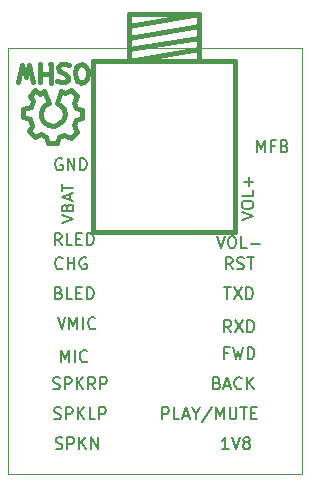
<source format=gbr>
%FSLAX46Y46*%
G04 Gerber Fmt 4.6, Leading zero omitted, Abs format (unit mm)*
G04 Created by KiCad (PCBNEW (2014-jul-16 BZR unknown)-product) date Thu 25 Sep 2014 17:48:53 CEST*
%MOMM*%
G01*
G04 APERTURE LIST*
%ADD10C,0.150000*%
%ADD11C,0.100000*%
%ADD12C,0.200000*%
%ADD13C,0.381000*%
G04 APERTURE END LIST*
D10*
D11*
X208534000Y-165354000D02*
X208534000Y-129286000D01*
X233426000Y-165354000D02*
X208534000Y-165354000D01*
X233426000Y-129286000D02*
X233426000Y-165354000D01*
X208534000Y-129286000D02*
X233426000Y-129286000D01*
D12*
X229624095Y-138120381D02*
X229624095Y-137120381D01*
X229957429Y-137834667D01*
X230290762Y-137120381D01*
X230290762Y-138120381D01*
X231100286Y-137596571D02*
X230766952Y-137596571D01*
X230766952Y-138120381D02*
X230766952Y-137120381D01*
X231243143Y-137120381D01*
X231957429Y-137596571D02*
X232100286Y-137644190D01*
X232147905Y-137691810D01*
X232195524Y-137787048D01*
X232195524Y-137929905D01*
X232147905Y-138025143D01*
X232100286Y-138072762D01*
X232005048Y-138120381D01*
X231624095Y-138120381D01*
X231624095Y-137120381D01*
X231957429Y-137120381D01*
X232052667Y-137168000D01*
X232100286Y-137215619D01*
X232147905Y-137310857D01*
X232147905Y-137406095D01*
X232100286Y-137501333D01*
X232052667Y-137548952D01*
X231957429Y-137596571D01*
X231624095Y-137596571D01*
X228306381Y-143866952D02*
X229306381Y-143533619D01*
X228306381Y-143200285D01*
X228306381Y-142676476D02*
X228306381Y-142485999D01*
X228354000Y-142390761D01*
X228449238Y-142295523D01*
X228639714Y-142247904D01*
X228973048Y-142247904D01*
X229163524Y-142295523D01*
X229258762Y-142390761D01*
X229306381Y-142485999D01*
X229306381Y-142676476D01*
X229258762Y-142771714D01*
X229163524Y-142866952D01*
X228973048Y-142914571D01*
X228639714Y-142914571D01*
X228449238Y-142866952D01*
X228354000Y-142771714D01*
X228306381Y-142676476D01*
X229306381Y-141343142D02*
X229306381Y-141819333D01*
X228306381Y-141819333D01*
X228925429Y-141009809D02*
X228925429Y-140247904D01*
X229306381Y-140628856D02*
X228544476Y-140628856D01*
X226211048Y-145248381D02*
X226544381Y-146248381D01*
X226877715Y-145248381D01*
X227401524Y-145248381D02*
X227592001Y-145248381D01*
X227687239Y-145296000D01*
X227782477Y-145391238D01*
X227830096Y-145581714D01*
X227830096Y-145915048D01*
X227782477Y-146105524D01*
X227687239Y-146200762D01*
X227592001Y-146248381D01*
X227401524Y-146248381D01*
X227306286Y-146200762D01*
X227211048Y-146105524D01*
X227163429Y-145915048D01*
X227163429Y-145581714D01*
X227211048Y-145391238D01*
X227306286Y-145296000D01*
X227401524Y-145248381D01*
X228734858Y-146248381D02*
X228258667Y-146248381D01*
X228258667Y-145248381D01*
X229068191Y-145867429D02*
X229830096Y-145867429D01*
X227544381Y-148026381D02*
X227211047Y-147550190D01*
X226972952Y-148026381D02*
X226972952Y-147026381D01*
X227353905Y-147026381D01*
X227449143Y-147074000D01*
X227496762Y-147121619D01*
X227544381Y-147216857D01*
X227544381Y-147359714D01*
X227496762Y-147454952D01*
X227449143Y-147502571D01*
X227353905Y-147550190D01*
X226972952Y-147550190D01*
X227925333Y-147978762D02*
X228068190Y-148026381D01*
X228306286Y-148026381D01*
X228401524Y-147978762D01*
X228449143Y-147931143D01*
X228496762Y-147835905D01*
X228496762Y-147740667D01*
X228449143Y-147645429D01*
X228401524Y-147597810D01*
X228306286Y-147550190D01*
X228115809Y-147502571D01*
X228020571Y-147454952D01*
X227972952Y-147407333D01*
X227925333Y-147312095D01*
X227925333Y-147216857D01*
X227972952Y-147121619D01*
X228020571Y-147074000D01*
X228115809Y-147026381D01*
X228353905Y-147026381D01*
X228496762Y-147074000D01*
X228782476Y-147026381D02*
X229353905Y-147026381D01*
X229068190Y-148026381D02*
X229068190Y-147026381D01*
X226830095Y-149566381D02*
X227401524Y-149566381D01*
X227115809Y-150566381D02*
X227115809Y-149566381D01*
X227639619Y-149566381D02*
X228306286Y-150566381D01*
X228306286Y-149566381D02*
X227639619Y-150566381D01*
X228687238Y-150566381D02*
X228687238Y-149566381D01*
X228925333Y-149566381D01*
X229068191Y-149614000D01*
X229163429Y-149709238D01*
X229211048Y-149804476D01*
X229258667Y-149994952D01*
X229258667Y-150137810D01*
X229211048Y-150328286D01*
X229163429Y-150423524D01*
X229068191Y-150518762D01*
X228925333Y-150566381D01*
X228687238Y-150566381D01*
X227425334Y-153360381D02*
X227092000Y-152884190D01*
X226853905Y-153360381D02*
X226853905Y-152360381D01*
X227234858Y-152360381D01*
X227330096Y-152408000D01*
X227377715Y-152455619D01*
X227425334Y-152550857D01*
X227425334Y-152693714D01*
X227377715Y-152788952D01*
X227330096Y-152836571D01*
X227234858Y-152884190D01*
X226853905Y-152884190D01*
X227758667Y-152360381D02*
X228425334Y-153360381D01*
X228425334Y-152360381D02*
X227758667Y-153360381D01*
X228806286Y-153360381D02*
X228806286Y-152360381D01*
X229044381Y-152360381D01*
X229187239Y-152408000D01*
X229282477Y-152503238D01*
X229330096Y-152598476D01*
X229377715Y-152788952D01*
X229377715Y-152931810D01*
X229330096Y-153122286D01*
X229282477Y-153217524D01*
X229187239Y-153312762D01*
X229044381Y-153360381D01*
X228806286Y-153360381D01*
X227163429Y-155122571D02*
X226830095Y-155122571D01*
X226830095Y-155646381D02*
X226830095Y-154646381D01*
X227306286Y-154646381D01*
X227592000Y-154646381D02*
X227830095Y-155646381D01*
X228020572Y-154932095D01*
X228211048Y-155646381D01*
X228449143Y-154646381D01*
X228830095Y-155646381D02*
X228830095Y-154646381D01*
X229068190Y-154646381D01*
X229211048Y-154694000D01*
X229306286Y-154789238D01*
X229353905Y-154884476D01*
X229401524Y-155074952D01*
X229401524Y-155217810D01*
X229353905Y-155408286D01*
X229306286Y-155503524D01*
X229211048Y-155598762D01*
X229068190Y-155646381D01*
X228830095Y-155646381D01*
X226226858Y-157662571D02*
X226369715Y-157710190D01*
X226417334Y-157757810D01*
X226464953Y-157853048D01*
X226464953Y-157995905D01*
X226417334Y-158091143D01*
X226369715Y-158138762D01*
X226274477Y-158186381D01*
X225893524Y-158186381D01*
X225893524Y-157186381D01*
X226226858Y-157186381D01*
X226322096Y-157234000D01*
X226369715Y-157281619D01*
X226417334Y-157376857D01*
X226417334Y-157472095D01*
X226369715Y-157567333D01*
X226322096Y-157614952D01*
X226226858Y-157662571D01*
X225893524Y-157662571D01*
X226845905Y-157900667D02*
X227322096Y-157900667D01*
X226750667Y-158186381D02*
X227084000Y-157186381D01*
X227417334Y-158186381D01*
X228322096Y-158091143D02*
X228274477Y-158138762D01*
X228131620Y-158186381D01*
X228036382Y-158186381D01*
X227893524Y-158138762D01*
X227798286Y-158043524D01*
X227750667Y-157948286D01*
X227703048Y-157757810D01*
X227703048Y-157614952D01*
X227750667Y-157424476D01*
X227798286Y-157329238D01*
X227893524Y-157234000D01*
X228036382Y-157186381D01*
X228131620Y-157186381D01*
X228274477Y-157234000D01*
X228322096Y-157281619D01*
X228750667Y-158186381D02*
X228750667Y-157186381D01*
X229322096Y-158186381D02*
X228893524Y-157614952D01*
X229322096Y-157186381D02*
X228750667Y-157757810D01*
X221575809Y-160726381D02*
X221575809Y-159726381D01*
X221956762Y-159726381D01*
X222052000Y-159774000D01*
X222099619Y-159821619D01*
X222147238Y-159916857D01*
X222147238Y-160059714D01*
X222099619Y-160154952D01*
X222052000Y-160202571D01*
X221956762Y-160250190D01*
X221575809Y-160250190D01*
X223052000Y-160726381D02*
X222575809Y-160726381D01*
X222575809Y-159726381D01*
X223337714Y-160440667D02*
X223813905Y-160440667D01*
X223242476Y-160726381D02*
X223575809Y-159726381D01*
X223909143Y-160726381D01*
X224432952Y-160250190D02*
X224432952Y-160726381D01*
X224099619Y-159726381D02*
X224432952Y-160250190D01*
X224766286Y-159726381D01*
X225813905Y-159678762D02*
X224956762Y-160964476D01*
X226147238Y-160726381D02*
X226147238Y-159726381D01*
X226480572Y-160440667D01*
X226813905Y-159726381D01*
X226813905Y-160726381D01*
X227290095Y-159726381D02*
X227290095Y-160535905D01*
X227337714Y-160631143D01*
X227385333Y-160678762D01*
X227480571Y-160726381D01*
X227671048Y-160726381D01*
X227766286Y-160678762D01*
X227813905Y-160631143D01*
X227861524Y-160535905D01*
X227861524Y-159726381D01*
X228194857Y-159726381D02*
X228766286Y-159726381D01*
X228480571Y-160726381D02*
X228480571Y-159726381D01*
X229099619Y-160202571D02*
X229432953Y-160202571D01*
X229575810Y-160726381D02*
X229099619Y-160726381D01*
X229099619Y-159726381D01*
X229575810Y-159726381D01*
X227218953Y-163266381D02*
X226647524Y-163266381D01*
X226933238Y-163266381D02*
X226933238Y-162266381D01*
X226838000Y-162409238D01*
X226742762Y-162504476D01*
X226647524Y-162552095D01*
X227504667Y-162266381D02*
X227838000Y-163266381D01*
X228171334Y-162266381D01*
X228647524Y-162694952D02*
X228552286Y-162647333D01*
X228504667Y-162599714D01*
X228457048Y-162504476D01*
X228457048Y-162456857D01*
X228504667Y-162361619D01*
X228552286Y-162314000D01*
X228647524Y-162266381D01*
X228838001Y-162266381D01*
X228933239Y-162314000D01*
X228980858Y-162361619D01*
X229028477Y-162456857D01*
X229028477Y-162504476D01*
X228980858Y-162599714D01*
X228933239Y-162647333D01*
X228838001Y-162694952D01*
X228647524Y-162694952D01*
X228552286Y-162742571D01*
X228504667Y-162790190D01*
X228457048Y-162885429D01*
X228457048Y-163075905D01*
X228504667Y-163171143D01*
X228552286Y-163218762D01*
X228647524Y-163266381D01*
X228838001Y-163266381D01*
X228933239Y-163218762D01*
X228980858Y-163171143D01*
X229028477Y-163075905D01*
X229028477Y-162885429D01*
X228980858Y-162790190D01*
X228933239Y-162742571D01*
X228838001Y-162694952D01*
X212566476Y-163218762D02*
X212709333Y-163266381D01*
X212947429Y-163266381D01*
X213042667Y-163218762D01*
X213090286Y-163171143D01*
X213137905Y-163075905D01*
X213137905Y-162980667D01*
X213090286Y-162885429D01*
X213042667Y-162837810D01*
X212947429Y-162790190D01*
X212756952Y-162742571D01*
X212661714Y-162694952D01*
X212614095Y-162647333D01*
X212566476Y-162552095D01*
X212566476Y-162456857D01*
X212614095Y-162361619D01*
X212661714Y-162314000D01*
X212756952Y-162266381D01*
X212995048Y-162266381D01*
X213137905Y-162314000D01*
X213566476Y-163266381D02*
X213566476Y-162266381D01*
X213947429Y-162266381D01*
X214042667Y-162314000D01*
X214090286Y-162361619D01*
X214137905Y-162456857D01*
X214137905Y-162599714D01*
X214090286Y-162694952D01*
X214042667Y-162742571D01*
X213947429Y-162790190D01*
X213566476Y-162790190D01*
X214566476Y-163266381D02*
X214566476Y-162266381D01*
X215137905Y-163266381D02*
X214709333Y-162694952D01*
X215137905Y-162266381D02*
X214566476Y-162837810D01*
X215566476Y-163266381D02*
X215566476Y-162266381D01*
X216137905Y-163266381D01*
X216137905Y-162266381D01*
X212439524Y-160678762D02*
X212582381Y-160726381D01*
X212820477Y-160726381D01*
X212915715Y-160678762D01*
X212963334Y-160631143D01*
X213010953Y-160535905D01*
X213010953Y-160440667D01*
X212963334Y-160345429D01*
X212915715Y-160297810D01*
X212820477Y-160250190D01*
X212630000Y-160202571D01*
X212534762Y-160154952D01*
X212487143Y-160107333D01*
X212439524Y-160012095D01*
X212439524Y-159916857D01*
X212487143Y-159821619D01*
X212534762Y-159774000D01*
X212630000Y-159726381D01*
X212868096Y-159726381D01*
X213010953Y-159774000D01*
X213439524Y-160726381D02*
X213439524Y-159726381D01*
X213820477Y-159726381D01*
X213915715Y-159774000D01*
X213963334Y-159821619D01*
X214010953Y-159916857D01*
X214010953Y-160059714D01*
X213963334Y-160154952D01*
X213915715Y-160202571D01*
X213820477Y-160250190D01*
X213439524Y-160250190D01*
X214439524Y-160726381D02*
X214439524Y-159726381D01*
X215010953Y-160726381D02*
X214582381Y-160154952D01*
X215010953Y-159726381D02*
X214439524Y-160297810D01*
X215915715Y-160726381D02*
X215439524Y-160726381D01*
X215439524Y-159726381D01*
X216249048Y-160726381D02*
X216249048Y-159726381D01*
X216630001Y-159726381D01*
X216725239Y-159774000D01*
X216772858Y-159821619D01*
X216820477Y-159916857D01*
X216820477Y-160059714D01*
X216772858Y-160154952D01*
X216725239Y-160202571D01*
X216630001Y-160250190D01*
X216249048Y-160250190D01*
X212344286Y-158138762D02*
X212487143Y-158186381D01*
X212725239Y-158186381D01*
X212820477Y-158138762D01*
X212868096Y-158091143D01*
X212915715Y-157995905D01*
X212915715Y-157900667D01*
X212868096Y-157805429D01*
X212820477Y-157757810D01*
X212725239Y-157710190D01*
X212534762Y-157662571D01*
X212439524Y-157614952D01*
X212391905Y-157567333D01*
X212344286Y-157472095D01*
X212344286Y-157376857D01*
X212391905Y-157281619D01*
X212439524Y-157234000D01*
X212534762Y-157186381D01*
X212772858Y-157186381D01*
X212915715Y-157234000D01*
X213344286Y-158186381D02*
X213344286Y-157186381D01*
X213725239Y-157186381D01*
X213820477Y-157234000D01*
X213868096Y-157281619D01*
X213915715Y-157376857D01*
X213915715Y-157519714D01*
X213868096Y-157614952D01*
X213820477Y-157662571D01*
X213725239Y-157710190D01*
X213344286Y-157710190D01*
X214344286Y-158186381D02*
X214344286Y-157186381D01*
X214915715Y-158186381D02*
X214487143Y-157614952D01*
X214915715Y-157186381D02*
X214344286Y-157757810D01*
X215915715Y-158186381D02*
X215582381Y-157710190D01*
X215344286Y-158186381D02*
X215344286Y-157186381D01*
X215725239Y-157186381D01*
X215820477Y-157234000D01*
X215868096Y-157281619D01*
X215915715Y-157376857D01*
X215915715Y-157519714D01*
X215868096Y-157614952D01*
X215820477Y-157662571D01*
X215725239Y-157710190D01*
X215344286Y-157710190D01*
X216344286Y-158186381D02*
X216344286Y-157186381D01*
X216725239Y-157186381D01*
X216820477Y-157234000D01*
X216868096Y-157281619D01*
X216915715Y-157376857D01*
X216915715Y-157519714D01*
X216868096Y-157614952D01*
X216820477Y-157662571D01*
X216725239Y-157710190D01*
X216344286Y-157710190D01*
X213050572Y-155900381D02*
X213050572Y-154900381D01*
X213383906Y-155614667D01*
X213717239Y-154900381D01*
X213717239Y-155900381D01*
X214193429Y-155900381D02*
X214193429Y-154900381D01*
X215241048Y-155805143D02*
X215193429Y-155852762D01*
X215050572Y-155900381D01*
X214955334Y-155900381D01*
X214812476Y-155852762D01*
X214717238Y-155757524D01*
X214669619Y-155662286D01*
X214622000Y-155471810D01*
X214622000Y-155328952D01*
X214669619Y-155138476D01*
X214717238Y-155043238D01*
X214812476Y-154948000D01*
X214955334Y-154900381D01*
X215050572Y-154900381D01*
X215193429Y-154948000D01*
X215241048Y-154995619D01*
X212733143Y-152106381D02*
X213066476Y-153106381D01*
X213399810Y-152106381D01*
X213733143Y-153106381D02*
X213733143Y-152106381D01*
X214066477Y-152820667D01*
X214399810Y-152106381D01*
X214399810Y-153106381D01*
X214876000Y-153106381D02*
X214876000Y-152106381D01*
X215923619Y-153011143D02*
X215876000Y-153058762D01*
X215733143Y-153106381D01*
X215637905Y-153106381D01*
X215495047Y-153058762D01*
X215399809Y-152963524D01*
X215352190Y-152868286D01*
X215304571Y-152677810D01*
X215304571Y-152534952D01*
X215352190Y-152344476D01*
X215399809Y-152249238D01*
X215495047Y-152154000D01*
X215637905Y-152106381D01*
X215733143Y-152106381D01*
X215876000Y-152154000D01*
X215923619Y-152201619D01*
X212836286Y-150042571D02*
X212979143Y-150090190D01*
X213026762Y-150137810D01*
X213074381Y-150233048D01*
X213074381Y-150375905D01*
X213026762Y-150471143D01*
X212979143Y-150518762D01*
X212883905Y-150566381D01*
X212502952Y-150566381D01*
X212502952Y-149566381D01*
X212836286Y-149566381D01*
X212931524Y-149614000D01*
X212979143Y-149661619D01*
X213026762Y-149756857D01*
X213026762Y-149852095D01*
X212979143Y-149947333D01*
X212931524Y-149994952D01*
X212836286Y-150042571D01*
X212502952Y-150042571D01*
X213979143Y-150566381D02*
X213502952Y-150566381D01*
X213502952Y-149566381D01*
X214312476Y-150042571D02*
X214645810Y-150042571D01*
X214788667Y-150566381D02*
X214312476Y-150566381D01*
X214312476Y-149566381D01*
X214788667Y-149566381D01*
X215217238Y-150566381D02*
X215217238Y-149566381D01*
X215455333Y-149566381D01*
X215598191Y-149614000D01*
X215693429Y-149709238D01*
X215741048Y-149804476D01*
X215788667Y-149994952D01*
X215788667Y-150137810D01*
X215741048Y-150328286D01*
X215693429Y-150423524D01*
X215598191Y-150518762D01*
X215455333Y-150566381D01*
X215217238Y-150566381D01*
X213153715Y-147931143D02*
X213106096Y-147978762D01*
X212963239Y-148026381D01*
X212868001Y-148026381D01*
X212725143Y-147978762D01*
X212629905Y-147883524D01*
X212582286Y-147788286D01*
X212534667Y-147597810D01*
X212534667Y-147454952D01*
X212582286Y-147264476D01*
X212629905Y-147169238D01*
X212725143Y-147074000D01*
X212868001Y-147026381D01*
X212963239Y-147026381D01*
X213106096Y-147074000D01*
X213153715Y-147121619D01*
X213582286Y-148026381D02*
X213582286Y-147026381D01*
X213582286Y-147502571D02*
X214153715Y-147502571D01*
X214153715Y-148026381D02*
X214153715Y-147026381D01*
X215153715Y-147074000D02*
X215058477Y-147026381D01*
X214915620Y-147026381D01*
X214772762Y-147074000D01*
X214677524Y-147169238D01*
X214629905Y-147264476D01*
X214582286Y-147454952D01*
X214582286Y-147597810D01*
X214629905Y-147788286D01*
X214677524Y-147883524D01*
X214772762Y-147978762D01*
X214915620Y-148026381D01*
X215010858Y-148026381D01*
X215153715Y-147978762D01*
X215201334Y-147931143D01*
X215201334Y-147597810D01*
X215010858Y-147597810D01*
X213074381Y-145994381D02*
X212741047Y-145518190D01*
X212502952Y-145994381D02*
X212502952Y-144994381D01*
X212883905Y-144994381D01*
X212979143Y-145042000D01*
X213026762Y-145089619D01*
X213074381Y-145184857D01*
X213074381Y-145327714D01*
X213026762Y-145422952D01*
X212979143Y-145470571D01*
X212883905Y-145518190D01*
X212502952Y-145518190D01*
X213979143Y-145994381D02*
X213502952Y-145994381D01*
X213502952Y-144994381D01*
X214312476Y-145470571D02*
X214645810Y-145470571D01*
X214788667Y-145994381D02*
X214312476Y-145994381D01*
X214312476Y-144994381D01*
X214788667Y-144994381D01*
X215217238Y-145994381D02*
X215217238Y-144994381D01*
X215455333Y-144994381D01*
X215598191Y-145042000D01*
X215693429Y-145137238D01*
X215741048Y-145232476D01*
X215788667Y-145422952D01*
X215788667Y-145565810D01*
X215741048Y-145756286D01*
X215693429Y-145851524D01*
X215598191Y-145946762D01*
X215455333Y-145994381D01*
X215217238Y-145994381D01*
X213066381Y-144136857D02*
X214066381Y-143803524D01*
X213066381Y-143470190D01*
X213542571Y-142803523D02*
X213590190Y-142660666D01*
X213637810Y-142613047D01*
X213733048Y-142565428D01*
X213875905Y-142565428D01*
X213971143Y-142613047D01*
X214018762Y-142660666D01*
X214066381Y-142755904D01*
X214066381Y-143136857D01*
X213066381Y-143136857D01*
X213066381Y-142803523D01*
X213114000Y-142708285D01*
X213161619Y-142660666D01*
X213256857Y-142613047D01*
X213352095Y-142613047D01*
X213447333Y-142660666D01*
X213494952Y-142708285D01*
X213542571Y-142803523D01*
X213542571Y-143136857D01*
X213780667Y-142184476D02*
X213780667Y-141708285D01*
X214066381Y-142279714D02*
X213066381Y-141946381D01*
X214066381Y-141613047D01*
X213066381Y-141422571D02*
X213066381Y-140851142D01*
X214066381Y-141136857D02*
X213066381Y-141136857D01*
X213106096Y-138692000D02*
X213010858Y-138644381D01*
X212868001Y-138644381D01*
X212725143Y-138692000D01*
X212629905Y-138787238D01*
X212582286Y-138882476D01*
X212534667Y-139072952D01*
X212534667Y-139215810D01*
X212582286Y-139406286D01*
X212629905Y-139501524D01*
X212725143Y-139596762D01*
X212868001Y-139644381D01*
X212963239Y-139644381D01*
X213106096Y-139596762D01*
X213153715Y-139549143D01*
X213153715Y-139215810D01*
X212963239Y-139215810D01*
X213582286Y-139644381D02*
X213582286Y-138644381D01*
X214153715Y-139644381D01*
X214153715Y-138644381D01*
X214629905Y-139644381D02*
X214629905Y-138644381D01*
X214868000Y-138644381D01*
X215010858Y-138692000D01*
X215106096Y-138787238D01*
X215153715Y-138882476D01*
X215201334Y-139072952D01*
X215201334Y-139215810D01*
X215153715Y-139406286D01*
X215106096Y-139501524D01*
X215010858Y-139596762D01*
X214868000Y-139644381D01*
X214629905Y-139644381D01*
D13*
X224741740Y-130413760D02*
X224741740Y-126413260D01*
X224741740Y-126413260D02*
X218742260Y-126413260D01*
X218742260Y-126413260D02*
X218742260Y-130413760D01*
X218742260Y-130413760D02*
X224741740Y-129413000D01*
X224741740Y-129413000D02*
X224741740Y-128414780D01*
X224741740Y-128414780D02*
X218742260Y-129413000D01*
X218742260Y-129413000D02*
X218742260Y-128414780D01*
X218742260Y-128414780D02*
X224741740Y-127414020D01*
X224741740Y-127414020D02*
X224741740Y-126413260D01*
X224741740Y-126413260D02*
X218742260Y-127414020D01*
X215742520Y-130413760D02*
X227741480Y-130413760D01*
X227741480Y-130413760D02*
X227741480Y-144914620D01*
X227741480Y-144914620D02*
X215742520Y-144914620D01*
X215742520Y-144914620D02*
X215742520Y-130413760D01*
X210675220Y-132184140D02*
X210314540Y-130713480D01*
X210314540Y-130713480D02*
X210035140Y-131775200D01*
X210035140Y-131775200D02*
X209725260Y-130703320D01*
X209725260Y-130703320D02*
X209384900Y-132153660D01*
X212095080Y-131493260D02*
X211305140Y-131503420D01*
X211305140Y-131503420D02*
X211294980Y-131493260D01*
X211294980Y-131493260D02*
X211294980Y-131503420D01*
X211254340Y-132214620D02*
X211254340Y-130672840D01*
X212143340Y-132224780D02*
X212143340Y-130655060D01*
X212143340Y-130655060D02*
X212133180Y-130665220D01*
X212694520Y-132123180D02*
X213045040Y-132204460D01*
X213045040Y-132204460D02*
X213365080Y-132214620D01*
X213365080Y-132214620D02*
X213603840Y-132013960D01*
X213603840Y-132013960D02*
X213634320Y-131744720D01*
X213634320Y-131744720D02*
X213393020Y-131503420D01*
X213393020Y-131503420D02*
X213004400Y-131373880D01*
X213004400Y-131373880D02*
X212824060Y-131213860D01*
X212824060Y-131213860D02*
X212783420Y-130914140D01*
X212783420Y-130914140D02*
X213014560Y-130693160D01*
X213014560Y-130693160D02*
X213334600Y-130665220D01*
X213334600Y-130665220D02*
X213685120Y-130774440D01*
X214723980Y-132224780D02*
X214972900Y-132204460D01*
X214972900Y-132204460D02*
X215214200Y-131963160D01*
X215214200Y-131963160D02*
X215303100Y-131472940D01*
X215303100Y-131472940D02*
X215275160Y-131124960D01*
X215275160Y-131124960D02*
X215074500Y-130804920D01*
X215074500Y-130804920D02*
X214823040Y-130683000D01*
X214823040Y-130683000D02*
X214513160Y-130754120D01*
X214513160Y-130754120D02*
X214294720Y-130934460D01*
X214294720Y-130934460D02*
X214223600Y-131394200D01*
X214223600Y-131394200D02*
X214274400Y-131803140D01*
X214274400Y-131803140D02*
X214383620Y-132085080D01*
X214383620Y-132085080D02*
X214744300Y-132214620D01*
X214124540Y-133944360D02*
X214383620Y-133383020D01*
X214383620Y-133383020D02*
X213845140Y-132864860D01*
X213845140Y-132864860D02*
X213324440Y-133134100D01*
X213324440Y-133134100D02*
X213045040Y-132974080D01*
X211604860Y-132994400D02*
X211274660Y-133184900D01*
X211274660Y-133184900D02*
X210835240Y-132854700D01*
X210835240Y-132854700D02*
X210362800Y-133344920D01*
X210362800Y-133344920D02*
X210644740Y-133824980D01*
X210644740Y-133824980D02*
X210454240Y-134294880D01*
X210454240Y-134294880D02*
X209844640Y-134482840D01*
X209844640Y-134482840D02*
X209844640Y-135163560D01*
X209844640Y-135163560D02*
X210403440Y-135303260D01*
X210403440Y-135303260D02*
X210604100Y-135874760D01*
X210604100Y-135874760D02*
X210334860Y-136344660D01*
X210334860Y-136344660D02*
X210804760Y-136855200D01*
X210804760Y-136855200D02*
X211322920Y-136593580D01*
X211322920Y-136593580D02*
X211792820Y-136794240D01*
X211792820Y-136794240D02*
X211963000Y-137335260D01*
X211963000Y-137335260D02*
X212653880Y-137353040D01*
X212653880Y-137353040D02*
X212864700Y-136804400D01*
X212864700Y-136804400D02*
X213283800Y-136634220D01*
X213283800Y-136634220D02*
X213834980Y-136903460D01*
X213834980Y-136903460D02*
X214353140Y-136375140D01*
X214353140Y-136375140D02*
X214104220Y-135834120D01*
X214104220Y-135834120D02*
X214274400Y-135354060D01*
X214274400Y-135354060D02*
X214823040Y-135255000D01*
X214823040Y-135255000D02*
X214833200Y-134553960D01*
X214833200Y-134553960D02*
X214274400Y-134353300D01*
X214274400Y-134353300D02*
X214134700Y-133954520D01*
X211993480Y-133974840D02*
X211693760Y-134124700D01*
X211693760Y-134124700D02*
X211493100Y-134322820D01*
X211493100Y-134322820D02*
X211343240Y-134724140D01*
X211343240Y-134724140D02*
X211343240Y-135122920D01*
X211343240Y-135122920D02*
X211493100Y-135473440D01*
X211493100Y-135473440D02*
X211945220Y-135823960D01*
X211945220Y-135823960D02*
X212394800Y-135874760D01*
X212394800Y-135874760D02*
X212793580Y-135773160D01*
X212793580Y-135773160D02*
X213194900Y-135425180D01*
X213194900Y-135425180D02*
X213344760Y-134973060D01*
X213344760Y-134973060D02*
X213293960Y-134475220D01*
X213293960Y-134475220D02*
X213045040Y-134172960D01*
X213045040Y-134172960D02*
X212694520Y-133974840D01*
X212694520Y-133974840D02*
X213045040Y-132974080D01*
X211993480Y-133974840D02*
X211594700Y-132974080D01*
M02*

</source>
